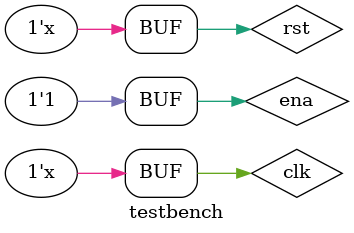
<source format=v>
`timescale 1ns / 1ps


module testbench;

reg clk=0;
reg rst=1;
reg ena=1;

wire SinValue_out;

SinGenerator UUT (clk,rst,ena);

always #5 clk = ~clk; //define que o clock inverterá o sinal a cada 5 ns, portanto, o período de clock é 10ns
always #10 rst = ~rst;

endmodule

</source>
